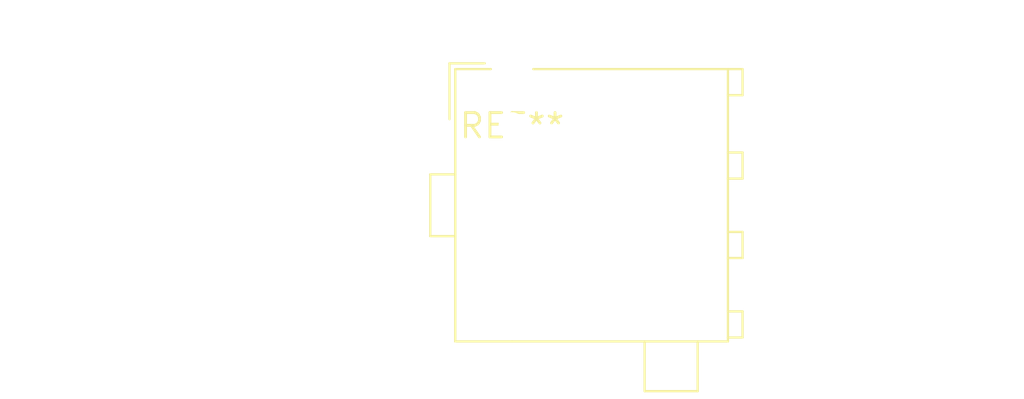
<source format=kicad_pcb>
(kicad_pcb (version 20240108) (generator pcbnew)
  (layers (0 "F.Cu" signal) (31 "B.Cu" signal) (34 "B.Paste" user) (35 "F.Paste" user) (36 "B.SilkS" user "B.Silkscreen") (37 "F.SilkS" user "F.Silkscreen") (38 "B.Mask" user) (39 "F.Mask" user) (44 "Edge.Cuts" user))
  (net 0 "")
  (footprint "TE_MATE-N-LOK_1-770182-x_3x03_P4.14mm_Vertical" (layer "F.Cu") (at 0 0)
    (property "Reference" "REF**")
    (property "Value" "TE_MATE-N-LOK_1-770182-x_3x03_P4.14mm_Vertical")
    (fp_line (start -4.255 2.53) (end -4.255 5.75) (layer "F.SilkS") (stroke (width 0.12)))
    (fp_line (start -4.255 5.75) (end -2.955 5.75) (layer "F.SilkS") (stroke (width 0.12)))
    (fp_line (start -3.255 -3.255) (end -3.255 -0.345) (layer "F.SilkS") (stroke (width 0.12)))
    (fp_line (start -2.955 -2.955) (end -2.955 11.235) (layer "F.SilkS") (stroke (width 0.12)))
    (fp_line (start -2.955 2.53) (end -4.255 2.53) (layer "F.SilkS") (stroke (width 0.12)))
    (fp_line (start -2.955 11.235) (end 0 11.235) (layer "F.SilkS") (stroke (width 0.12)))
    (fp_line (start -1.42066 -3.255) (end -3.255 -3.255) (layer "F.SilkS") (stroke (width 0.12)))
    (fp_line (start -1.103302 -2.955) (end -2.955 -2.955) (layer "F.SilkS") (stroke (width 0.12)))
    (fp_line (start 1.103302 -2.955) (end 11.235 -2.955) (layer "F.SilkS") (stroke (width 0.12)))
    (fp_line (start 6.9 11.235) (end 6.9 13.826) (layer "F.SilkS") (stroke (width 0.12)))
    (fp_line (start 6.9 13.826) (end 9.66 13.826) (layer "F.SilkS") (stroke (width 0.12)))
    (fp_line (start 9.66 13.826) (end 9.66 11.235) (layer "F.SilkS") (stroke (width 0.12)))
    (fp_line (start 11.235 -2.955) (end 11.235 11.235) (layer "F.SilkS") (stroke (width 0.12)))
    (fp_line (start 11.235 -2.955) (end 11.995 -2.955) (layer "F.SilkS") (stroke (width 0.12)))
    (fp_line (start 11.235 1.39) (end 11.995 1.39) (layer "F.SilkS") (stroke (width 0.12)))
    (fp_line (start 11.235 5.53) (end 11.995 5.53) (layer "F.SilkS") (stroke (width 0.12)))
    (fp_line (start 11.235 9.67) (end 11.995 9.67) (layer "F.SilkS") (stroke (width 0.12)))
    (fp_line (start 11.235 11.235) (end 0 11.235) (layer "F.SilkS") (stroke (width 0.12)))
    (fp_line (start 11.995 -2.955) (end 11.995 -1.595) (layer "F.SilkS") (stroke (width 0.12)))
    (fp_line (start 11.995 -1.595) (end 11.235 -1.595) (layer "F.SilkS") (stroke (width 0.12)))
    (fp_line (start 11.995 1.39) (end 11.995 2.75) (layer "F.SilkS") (stroke (width 0.12)))
    (fp_line (start 11.995 2.75) (end 11.235 2.75) (layer "F.SilkS") (stroke (width 0.12)))
    (fp_line (start 11.995 5.53) (end 11.995 6.89) (layer "F.SilkS") (stroke (width 0.12)))
    (fp_line (start 11.995 6.89) (end 11.235 6.89) (layer "F.SilkS") (stroke (width 0.12)))
    (fp_line (start 11.995 9.67) (end 11.995 11.03) (layer "F.SilkS") (stroke (width 0.12)))
    (fp_line (start 11.995 11.03) (end 11.235 11.03) (layer "F.SilkS") (stroke (width 0.12)))
    (pad "" np_thru_hole circle (at 0 -4.44) (size 3.18 3.18) (drill 3.18) (layers *.Cu *.Mask))
    (pad "1" thru_hole roundrect (at 0 0) (size 2.64 2.64) (drill 1.4) (layers *.Cu *.Mask) (remove_unused_layers) (roundrect_rratio 0.094697))
    (pad "2" thru_hole circle (at 0 4.14) (size 2.64 2.64) (drill 1.4) (layers *.Cu *.Mask) (remove_unused_layers))
    (pad "3" thru_hole circle (at 0 8.28) (size 2.64 2.64) (drill 1.4) (layers *.Cu *.Mask) (remove_unused_layers))
    (pad "4" thru_hole circle (at 4.14 0) (size 2.64 2.64) (drill 1.4) (layers *.Cu *.Mask) (remove_unused_layers))
    (pad "5" thru_hole circle (at 4.14 4.14) (size 2.64 2.64) (drill 1.4) (layers *.Cu *.Mask) (remove_unused_layers))
    (pad "6" thru_hole circle (at 4.14 8.28) (size 2.64 2.64) (drill 1.4) (layers *.Cu *.Mask) (remove_unused_layers))
    (pad "7" thru_hole circle (at 8.28 0) (size 2.64 2.64) (drill 1.4) (layers *.Cu *.Mask) (remove_unused_layers))
    (pad "8" thru_hole circle (at 8.28 4.14) (size 2.64 2.64) (drill 1.4) (layers *.Cu *.Mask) (remove_unused_layers))
    (pad "9" thru_hole circle (at 8.28 8.28) (size 2.64 2.64) (drill 1.4) (layers *.Cu *.Mask) (remove_unused_layers))
  )
)
</source>
